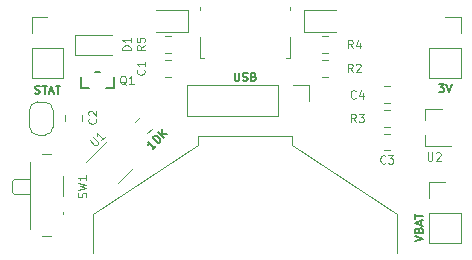
<source format=gto>
G04 #@! TF.GenerationSoftware,KiCad,Pcbnew,5.0.2-bee76a0~70~ubuntu18.04.1*
G04 #@! TF.CreationDate,2019-03-01T14:14:17+01:00*
G04 #@! TF.ProjectId,SINE_STIMULUS_charger,53494e45-5f53-4544-994d-554c55535f63,rev?*
G04 #@! TF.SameCoordinates,Original*
G04 #@! TF.FileFunction,Legend,Top*
G04 #@! TF.FilePolarity,Positive*
%FSLAX46Y46*%
G04 Gerber Fmt 4.6, Leading zero omitted, Abs format (unit mm)*
G04 Created by KiCad (PCBNEW 5.0.2-bee76a0~70~ubuntu18.04.1) date ven. 01 mars 2019 14:14:17 CET*
%MOMM*%
%LPD*%
G01*
G04 APERTURE LIST*
%ADD10C,0.200660*%
%ADD11C,0.120000*%
%ADD12C,0.100000*%
%ADD13C,0.170000*%
%ADD14C,0.180000*%
%ADD15C,0.080000*%
%ADD16R,0.902100X1.001160*%
%ADD17R,8.102000X8.102000*%
%ADD18R,6.102000X5.602000*%
%ADD19C,1.077000*%
%ADD20R,1.102000X1.102000*%
%ADD21R,0.552000X1.482000*%
%ADD22R,1.577000X2.202000*%
%ADD23R,2.477000X2.002000*%
%ADD24R,1.277000X2.002000*%
%ADD25C,0.500000*%
%ADD26C,0.752000*%
%ADD27R,1.002000X0.902000*%
%ADD28R,1.802000X1.802000*%
%ADD29O,1.802000X1.802000*%
%ADD30C,1.002000*%
%ADD31R,1.602000X0.802000*%
%ADD32R,0.902000X1.102000*%
G04 APERTURE END LIST*
D10*
G04 #@! TO.C,Q1*
X93899540Y-66951040D02*
X93899540Y-66001080D01*
X93899540Y-66951040D02*
X93201040Y-66951040D01*
X91100460Y-66951040D02*
X91798960Y-66951040D01*
X91100460Y-66951040D02*
X91100460Y-66001080D01*
X92700660Y-65599760D02*
X92299340Y-65599760D01*
D11*
G04 #@! TO.C,BT1*
X92150000Y-77600000D02*
X92150000Y-80900000D01*
X101050000Y-71750000D02*
X92150000Y-77600000D01*
X101050000Y-70950000D02*
X101050000Y-71750000D01*
X101050000Y-70950000D02*
X108950000Y-70950000D01*
X108950000Y-70950000D02*
X108950000Y-71750000D01*
X108950000Y-71750000D02*
X117850000Y-77600000D01*
X117850000Y-77600000D02*
X117850000Y-80900000D01*
G04 #@! TO.C,C1*
X98241422Y-64540000D02*
X98758578Y-64540000D01*
X98241422Y-65960000D02*
X98758578Y-65960000D01*
G04 #@! TO.C,C2*
X89790000Y-69178923D02*
X89790000Y-69696079D01*
X91210000Y-69178923D02*
X91210000Y-69696079D01*
G04 #@! TO.C,C3*
X117258578Y-72210000D02*
X116741422Y-72210000D01*
X117258578Y-70790000D02*
X116741422Y-70790000D01*
G04 #@! TO.C,C4*
X117258578Y-66790000D02*
X116741422Y-66790000D01*
X117258578Y-68210000D02*
X116741422Y-68210000D01*
G04 #@! TO.C,D1*
X90600000Y-62400000D02*
X90600000Y-64100000D01*
X90600000Y-64100000D02*
X93750000Y-64100000D01*
X90600000Y-62400000D02*
X93750000Y-62400000D01*
G04 #@! TO.C,J1*
X101190000Y-64360000D02*
X101570000Y-64360000D01*
X101190000Y-60310000D02*
X101190000Y-60050000D01*
X101190000Y-64360000D02*
X101190000Y-62590000D01*
X108810000Y-64360000D02*
X108430000Y-64360000D01*
X108810000Y-62590000D02*
X108810000Y-64360000D01*
X108810000Y-60050000D02*
X108810000Y-60310000D01*
G04 #@! TO.C,JP1*
X86750000Y-68800000D02*
G75*
G02X87450000Y-68100000I700000J0D01*
G01*
X88050000Y-68100000D02*
G75*
G02X88750000Y-68800000I0J-700000D01*
G01*
X88750000Y-70200000D02*
G75*
G02X88050000Y-70900000I-700000J0D01*
G01*
X87450000Y-70900000D02*
G75*
G02X86750000Y-70200000I0J700000D01*
G01*
X88050000Y-70900000D02*
X87450000Y-70900000D01*
X88750000Y-68800000D02*
X88750000Y-70200000D01*
X87450000Y-68100000D02*
X88050000Y-68100000D01*
X86750000Y-70200000D02*
X86750000Y-68800000D01*
G04 #@! TO.C,R1*
X95728025Y-69767883D02*
X96093709Y-69402199D01*
X96732117Y-70771975D02*
X97097801Y-70406291D01*
G04 #@! TO.C,R2*
X111491422Y-64540000D02*
X112008578Y-64540000D01*
X111491422Y-65960000D02*
X112008578Y-65960000D01*
G04 #@! TO.C,R3*
X117258578Y-68790000D02*
X116741422Y-68790000D01*
X117258578Y-70210000D02*
X116741422Y-70210000D01*
G04 #@! TO.C,U1*
X94279863Y-74997021D02*
X95552655Y-73724229D01*
X93275771Y-71447345D02*
X91543360Y-73179757D01*
G04 #@! TO.C,U2*
X120240000Y-68670000D02*
X120240000Y-69600000D01*
X120240000Y-71830000D02*
X120240000Y-70900000D01*
X120240000Y-71830000D02*
X122400000Y-71830000D01*
X120240000Y-68670000D02*
X121700000Y-68670000D01*
G04 #@! TO.C,D2*
X112687501Y-60290000D02*
X110002501Y-60290000D01*
X110002501Y-60290000D02*
X110002501Y-62210000D01*
X110002501Y-62210000D02*
X112687501Y-62210000D01*
G04 #@! TO.C,D3*
X100185000Y-60290000D02*
X97500000Y-60290000D01*
X100185000Y-62210000D02*
X100185000Y-60290000D01*
X97500000Y-62210000D02*
X100185000Y-62210000D01*
G04 #@! TO.C,J2*
X100129999Y-66670000D02*
X100129999Y-69330000D01*
X107809999Y-66670000D02*
X100129999Y-66670000D01*
X107809999Y-69330000D02*
X100129999Y-69330000D01*
X107809999Y-66670000D02*
X107809999Y-69330000D01*
X109079999Y-66670000D02*
X110409999Y-66670000D01*
X110409999Y-66670000D02*
X110409999Y-68000000D01*
G04 #@! TO.C,J3*
X120590000Y-63500000D02*
X123250000Y-63500000D01*
X120590000Y-63500000D02*
X120590000Y-66100000D01*
X120590000Y-66100000D02*
X123250000Y-66100000D01*
X123250000Y-63500000D02*
X123250000Y-66100000D01*
X123250000Y-60900000D02*
X123250000Y-62230000D01*
X121920000Y-60900000D02*
X123250000Y-60900000D01*
G04 #@! TO.C,R4*
X111491422Y-62540000D02*
X112008578Y-62540000D01*
X111491422Y-63960000D02*
X112008578Y-63960000D01*
G04 #@! TO.C,R5*
X98758578Y-62540000D02*
X98241422Y-62540000D01*
X98758578Y-63960000D02*
X98241422Y-63960000D01*
G04 #@! TO.C,TP1*
X120590000Y-80070000D02*
X123250000Y-80070000D01*
X120590000Y-77470000D02*
X120590000Y-80070000D01*
X123250000Y-77470000D02*
X123250000Y-80070000D01*
X120590000Y-77470000D02*
X123250000Y-77470000D01*
X120590000Y-76200000D02*
X120590000Y-74870000D01*
X120590000Y-74870000D02*
X121920000Y-74870000D01*
G04 #@! TO.C,TP2*
X86935000Y-60900000D02*
X88265000Y-60900000D01*
X86935000Y-62230000D02*
X86935000Y-60900000D01*
X86935000Y-63500000D02*
X89595000Y-63500000D01*
X89595000Y-63500000D02*
X89595000Y-66100000D01*
X86935000Y-63500000D02*
X86935000Y-66100000D01*
X86935000Y-66100000D02*
X89595000Y-66100000D01*
G04 #@! TO.C,SW1*
X89620000Y-77400000D02*
X89620000Y-77600000D01*
X85480000Y-74600000D02*
X85270000Y-74800000D01*
X85480000Y-75900000D02*
X85270000Y-75700000D01*
X86770000Y-74600000D02*
X85480000Y-74600000D01*
X85270000Y-74800000D02*
X85270000Y-75700000D01*
X85480000Y-75900000D02*
X86770000Y-75900000D01*
X86770000Y-73150000D02*
X86770000Y-78850000D01*
X89620000Y-74400000D02*
X89620000Y-76100000D01*
X88570000Y-72550000D02*
X87780000Y-72550000D01*
X87780000Y-79450000D02*
X88570000Y-79450000D01*
G04 #@! TO.C,Q1*
D12*
X94933333Y-66633333D02*
X94866666Y-66600000D01*
X94800000Y-66533333D01*
X94700000Y-66433333D01*
X94633333Y-66400000D01*
X94566666Y-66400000D01*
X94600000Y-66566666D02*
X94533333Y-66533333D01*
X94466666Y-66466666D01*
X94433333Y-66333333D01*
X94433333Y-66100000D01*
X94466666Y-65966666D01*
X94533333Y-65900000D01*
X94600000Y-65866666D01*
X94733333Y-65866666D01*
X94800000Y-65900000D01*
X94866666Y-65966666D01*
X94900000Y-66100000D01*
X94900000Y-66333333D01*
X94866666Y-66466666D01*
X94800000Y-66533333D01*
X94733333Y-66566666D01*
X94600000Y-66566666D01*
X95566666Y-66566666D02*
X95166666Y-66566666D01*
X95366666Y-66566666D02*
X95366666Y-65866666D01*
X95300000Y-65966666D01*
X95233333Y-66033333D01*
X95166666Y-66066666D01*
G04 #@! TO.C,C1*
X96450000Y-65366666D02*
X96483333Y-65400000D01*
X96516666Y-65500000D01*
X96516666Y-65566666D01*
X96483333Y-65666666D01*
X96416666Y-65733333D01*
X96350000Y-65766666D01*
X96216666Y-65800000D01*
X96116666Y-65800000D01*
X95983333Y-65766666D01*
X95916666Y-65733333D01*
X95850000Y-65666666D01*
X95816666Y-65566666D01*
X95816666Y-65500000D01*
X95850000Y-65400000D01*
X95883333Y-65366666D01*
X96516666Y-64700000D02*
X96516666Y-65100000D01*
X96516666Y-64900000D02*
X95816666Y-64900000D01*
X95916666Y-64966666D01*
X95983333Y-65033333D01*
X96016666Y-65100000D01*
G04 #@! TO.C,C2*
X92350000Y-69516666D02*
X92383333Y-69550000D01*
X92416666Y-69650000D01*
X92416666Y-69716666D01*
X92383333Y-69816666D01*
X92316666Y-69883333D01*
X92250000Y-69916666D01*
X92116666Y-69950000D01*
X92016666Y-69950000D01*
X91883333Y-69916666D01*
X91816666Y-69883333D01*
X91750000Y-69816666D01*
X91716666Y-69716666D01*
X91716666Y-69650000D01*
X91750000Y-69550000D01*
X91783333Y-69516666D01*
X91783333Y-69250000D02*
X91750000Y-69216666D01*
X91716666Y-69150000D01*
X91716666Y-68983333D01*
X91750000Y-68916666D01*
X91783333Y-68883333D01*
X91850000Y-68850000D01*
X91916666Y-68850000D01*
X92016666Y-68883333D01*
X92416666Y-69283333D01*
X92416666Y-68850000D01*
G04 #@! TO.C,C3*
X116883333Y-73250000D02*
X116850000Y-73283333D01*
X116750000Y-73316666D01*
X116683333Y-73316666D01*
X116583333Y-73283333D01*
X116516666Y-73216666D01*
X116483333Y-73150000D01*
X116450000Y-73016666D01*
X116450000Y-72916666D01*
X116483333Y-72783333D01*
X116516666Y-72716666D01*
X116583333Y-72650000D01*
X116683333Y-72616666D01*
X116750000Y-72616666D01*
X116850000Y-72650000D01*
X116883333Y-72683333D01*
X117116666Y-72616666D02*
X117550000Y-72616666D01*
X117316666Y-72883333D01*
X117416666Y-72883333D01*
X117483333Y-72916666D01*
X117516666Y-72950000D01*
X117550000Y-73016666D01*
X117550000Y-73183333D01*
X117516666Y-73250000D01*
X117483333Y-73283333D01*
X117416666Y-73316666D01*
X117216666Y-73316666D01*
X117150000Y-73283333D01*
X117116666Y-73250000D01*
G04 #@! TO.C,C4*
X114383333Y-67750000D02*
X114350000Y-67783333D01*
X114250000Y-67816666D01*
X114183333Y-67816666D01*
X114083333Y-67783333D01*
X114016666Y-67716666D01*
X113983333Y-67650000D01*
X113950000Y-67516666D01*
X113950000Y-67416666D01*
X113983333Y-67283333D01*
X114016666Y-67216666D01*
X114083333Y-67150000D01*
X114183333Y-67116666D01*
X114250000Y-67116666D01*
X114350000Y-67150000D01*
X114383333Y-67183333D01*
X114983333Y-67350000D02*
X114983333Y-67816666D01*
X114816666Y-67083333D02*
X114650000Y-67583333D01*
X115083333Y-67583333D01*
G04 #@! TO.C,D1*
X95316666Y-63716666D02*
X94616666Y-63716666D01*
X94616666Y-63550000D01*
X94650000Y-63450000D01*
X94716666Y-63383333D01*
X94783333Y-63350000D01*
X94916666Y-63316666D01*
X95016666Y-63316666D01*
X95150000Y-63350000D01*
X95216666Y-63383333D01*
X95283333Y-63450000D01*
X95316666Y-63550000D01*
X95316666Y-63716666D01*
X95316666Y-62650000D02*
X95316666Y-63050000D01*
X95316666Y-62850000D02*
X94616666Y-62850000D01*
X94716666Y-62916666D01*
X94783333Y-62983333D01*
X94816666Y-63050000D01*
G04 #@! TO.C,R1*
D13*
X97461787Y-71819498D02*
X97178945Y-72102341D01*
X97320366Y-71960919D02*
X96825391Y-71465945D01*
X96848961Y-71583796D01*
X96848961Y-71678077D01*
X96825391Y-71748787D01*
X97273226Y-71018110D02*
X97320366Y-70970970D01*
X97391077Y-70947400D01*
X97438217Y-70947400D01*
X97508928Y-70970970D01*
X97626779Y-71041680D01*
X97744630Y-71159532D01*
X97815341Y-71277383D01*
X97838911Y-71348093D01*
X97838911Y-71395234D01*
X97815341Y-71465945D01*
X97768200Y-71513085D01*
X97697490Y-71536655D01*
X97650349Y-71536655D01*
X97579638Y-71513085D01*
X97461787Y-71442374D01*
X97343936Y-71324523D01*
X97273226Y-71206672D01*
X97249655Y-71135961D01*
X97249655Y-71088821D01*
X97273226Y-71018110D01*
X98145324Y-71135961D02*
X97650349Y-70640987D01*
X98428167Y-70853119D02*
X97933192Y-70782408D01*
X97933192Y-70358144D02*
X97933192Y-70923829D01*
G04 #@! TO.C,R2*
D12*
X114133333Y-65566666D02*
X113900000Y-65233333D01*
X113733333Y-65566666D02*
X113733333Y-64866666D01*
X114000000Y-64866666D01*
X114066666Y-64900000D01*
X114100000Y-64933333D01*
X114133333Y-65000000D01*
X114133333Y-65100000D01*
X114100000Y-65166666D01*
X114066666Y-65200000D01*
X114000000Y-65233333D01*
X113733333Y-65233333D01*
X114400000Y-64933333D02*
X114433333Y-64900000D01*
X114500000Y-64866666D01*
X114666666Y-64866666D01*
X114733333Y-64900000D01*
X114766666Y-64933333D01*
X114800000Y-65000000D01*
X114800000Y-65066666D01*
X114766666Y-65166666D01*
X114366666Y-65566666D01*
X114800000Y-65566666D01*
G04 #@! TO.C,R3*
X114383333Y-69816666D02*
X114150000Y-69483333D01*
X113983333Y-69816666D02*
X113983333Y-69116666D01*
X114250000Y-69116666D01*
X114316666Y-69150000D01*
X114350000Y-69183333D01*
X114383333Y-69250000D01*
X114383333Y-69350000D01*
X114350000Y-69416666D01*
X114316666Y-69450000D01*
X114250000Y-69483333D01*
X113983333Y-69483333D01*
X114616666Y-69116666D02*
X115050000Y-69116666D01*
X114816666Y-69383333D01*
X114916666Y-69383333D01*
X114983333Y-69416666D01*
X115016666Y-69450000D01*
X115050000Y-69516666D01*
X115050000Y-69683333D01*
X115016666Y-69750000D01*
X114983333Y-69783333D01*
X114916666Y-69816666D01*
X114716666Y-69816666D01*
X114650000Y-69783333D01*
X114616666Y-69750000D01*
G04 #@! TO.C,U1*
X91851818Y-71356066D02*
X92252512Y-71756759D01*
X92323223Y-71780330D01*
X92370363Y-71780330D01*
X92441074Y-71756759D01*
X92535355Y-71662478D01*
X92558925Y-71591768D01*
X92558925Y-71544627D01*
X92535355Y-71473917D01*
X92134661Y-71073223D01*
X93124610Y-71073223D02*
X92841768Y-71356066D01*
X92983189Y-71214644D02*
X92488214Y-70719669D01*
X92511785Y-70837521D01*
X92511785Y-70931801D01*
X92488214Y-71002512D01*
G04 #@! TO.C,U2*
X120466666Y-72366666D02*
X120466666Y-72933333D01*
X120500000Y-73000000D01*
X120533333Y-73033333D01*
X120600000Y-73066666D01*
X120733333Y-73066666D01*
X120800000Y-73033333D01*
X120833333Y-73000000D01*
X120866666Y-72933333D01*
X120866666Y-72366666D01*
X121166666Y-72433333D02*
X121200000Y-72400000D01*
X121266666Y-72366666D01*
X121433333Y-72366666D01*
X121500000Y-72400000D01*
X121533333Y-72433333D01*
X121566666Y-72500000D01*
X121566666Y-72566666D01*
X121533333Y-72666666D01*
X121133333Y-73066666D01*
X121566666Y-73066666D01*
G04 #@! TO.C,J2*
D13*
X104116666Y-65616666D02*
X104116666Y-66183333D01*
X104150000Y-66250000D01*
X104183333Y-66283333D01*
X104250000Y-66316666D01*
X104383333Y-66316666D01*
X104450000Y-66283333D01*
X104483333Y-66250000D01*
X104516666Y-66183333D01*
X104516666Y-65616666D01*
X104816666Y-66283333D02*
X104916666Y-66316666D01*
X105083333Y-66316666D01*
X105150000Y-66283333D01*
X105183333Y-66250000D01*
X105216666Y-66183333D01*
X105216666Y-66116666D01*
X105183333Y-66050000D01*
X105150000Y-66016666D01*
X105083333Y-65983333D01*
X104950000Y-65950000D01*
X104883333Y-65916666D01*
X104850000Y-65883333D01*
X104816666Y-65816666D01*
X104816666Y-65750000D01*
X104850000Y-65683333D01*
X104883333Y-65650000D01*
X104950000Y-65616666D01*
X105116666Y-65616666D01*
X105216666Y-65650000D01*
X105750000Y-65950000D02*
X105850000Y-65983333D01*
X105883333Y-66016666D01*
X105916666Y-66083333D01*
X105916666Y-66183333D01*
X105883333Y-66250000D01*
X105850000Y-66283333D01*
X105783333Y-66316666D01*
X105516666Y-66316666D01*
X105516666Y-65616666D01*
X105750000Y-65616666D01*
X105816666Y-65650000D01*
X105850000Y-65683333D01*
X105883333Y-65750000D01*
X105883333Y-65816666D01*
X105850000Y-65883333D01*
X105816666Y-65916666D01*
X105750000Y-65950000D01*
X105516666Y-65950000D01*
G04 #@! TO.C,J3*
X121386666Y-66596666D02*
X121820000Y-66596666D01*
X121586666Y-66863333D01*
X121686666Y-66863333D01*
X121753333Y-66896666D01*
X121786666Y-66930000D01*
X121820000Y-66996666D01*
X121820000Y-67163333D01*
X121786666Y-67230000D01*
X121753333Y-67263333D01*
X121686666Y-67296666D01*
X121486666Y-67296666D01*
X121420000Y-67263333D01*
X121386666Y-67230000D01*
X122020000Y-66596666D02*
X122253333Y-67296666D01*
X122486666Y-66596666D01*
G04 #@! TO.C,R4*
D12*
X114133333Y-63566666D02*
X113900000Y-63233333D01*
X113733333Y-63566666D02*
X113733333Y-62866666D01*
X114000000Y-62866666D01*
X114066666Y-62900000D01*
X114100000Y-62933333D01*
X114133333Y-63000000D01*
X114133333Y-63100000D01*
X114100000Y-63166666D01*
X114066666Y-63200000D01*
X114000000Y-63233333D01*
X113733333Y-63233333D01*
X114733333Y-63100000D02*
X114733333Y-63566666D01*
X114566666Y-62833333D02*
X114400000Y-63333333D01*
X114833333Y-63333333D01*
G04 #@! TO.C,R5*
X96516666Y-63316666D02*
X96183333Y-63550000D01*
X96516666Y-63716666D02*
X95816666Y-63716666D01*
X95816666Y-63450000D01*
X95850000Y-63383333D01*
X95883333Y-63350000D01*
X95950000Y-63316666D01*
X96050000Y-63316666D01*
X96116666Y-63350000D01*
X96150000Y-63383333D01*
X96183333Y-63450000D01*
X96183333Y-63716666D01*
X95816666Y-62683333D02*
X95816666Y-63016666D01*
X96150000Y-63050000D01*
X96116666Y-63016666D01*
X96083333Y-62950000D01*
X96083333Y-62783333D01*
X96116666Y-62716666D01*
X96150000Y-62683333D01*
X96216666Y-62650000D01*
X96383333Y-62650000D01*
X96450000Y-62683333D01*
X96483333Y-62716666D01*
X96516666Y-62783333D01*
X96516666Y-62950000D01*
X96483333Y-63016666D01*
X96450000Y-63050000D01*
G04 #@! TO.C,TP1*
D13*
X119366666Y-79900000D02*
X120066666Y-79666666D01*
X119366666Y-79433333D01*
X119700000Y-78966666D02*
X119733333Y-78866666D01*
X119766666Y-78833333D01*
X119833333Y-78800000D01*
X119933333Y-78800000D01*
X120000000Y-78833333D01*
X120033333Y-78866666D01*
X120066666Y-78933333D01*
X120066666Y-79200000D01*
X119366666Y-79200000D01*
X119366666Y-78966666D01*
X119400000Y-78900000D01*
X119433333Y-78866666D01*
X119500000Y-78833333D01*
X119566666Y-78833333D01*
X119633333Y-78866666D01*
X119666666Y-78900000D01*
X119700000Y-78966666D01*
X119700000Y-79200000D01*
X119866666Y-78533333D02*
X119866666Y-78200000D01*
X120066666Y-78600000D02*
X119366666Y-78366666D01*
X120066666Y-78133333D01*
X119366666Y-78000000D02*
X119366666Y-77600000D01*
X120066666Y-77800000D02*
X119366666Y-77800000D01*
G04 #@! TO.C,TP2*
X87231666Y-67383333D02*
X87331666Y-67416666D01*
X87498333Y-67416666D01*
X87565000Y-67383333D01*
X87598333Y-67350000D01*
X87631666Y-67283333D01*
X87631666Y-67216666D01*
X87598333Y-67150000D01*
X87565000Y-67116666D01*
X87498333Y-67083333D01*
X87365000Y-67050000D01*
X87298333Y-67016666D01*
X87265000Y-66983333D01*
X87231666Y-66916666D01*
X87231666Y-66850000D01*
X87265000Y-66783333D01*
X87298333Y-66750000D01*
X87365000Y-66716666D01*
X87531666Y-66716666D01*
X87631666Y-66750000D01*
X87831666Y-66716666D02*
X88231666Y-66716666D01*
X88031666Y-67416666D02*
X88031666Y-66716666D01*
X88431666Y-67216666D02*
X88765000Y-67216666D01*
X88365000Y-67416666D02*
X88598333Y-66716666D01*
X88831666Y-67416666D01*
X88965000Y-66716666D02*
X89365000Y-66716666D01*
X89165000Y-67416666D02*
X89165000Y-66716666D01*
G04 #@! TO.C,SW1*
D12*
X91533333Y-76183333D02*
X91566666Y-76083333D01*
X91566666Y-75916666D01*
X91533333Y-75850000D01*
X91500000Y-75816666D01*
X91433333Y-75783333D01*
X91366666Y-75783333D01*
X91300000Y-75816666D01*
X91266666Y-75850000D01*
X91233333Y-75916666D01*
X91200000Y-76050000D01*
X91166666Y-76116666D01*
X91133333Y-76150000D01*
X91066666Y-76183333D01*
X91000000Y-76183333D01*
X90933333Y-76150000D01*
X90900000Y-76116666D01*
X90866666Y-76050000D01*
X90866666Y-75883333D01*
X90900000Y-75783333D01*
X90866666Y-75550000D02*
X91566666Y-75383333D01*
X91066666Y-75250000D01*
X91566666Y-75116666D01*
X90866666Y-74950000D01*
X91566666Y-74316666D02*
X91566666Y-74716666D01*
X91566666Y-74516666D02*
X90866666Y-74516666D01*
X90966666Y-74583333D01*
X91033333Y-74650000D01*
X91066666Y-74716666D01*
G04 #@! TD*
%LPC*%
D14*
X114264619Y-61535714D02*
X114226523Y-61573809D01*
X114112238Y-61611904D01*
X114036047Y-61611904D01*
X113921761Y-61573809D01*
X113845571Y-61497619D01*
X113807476Y-61421428D01*
X113769380Y-61269047D01*
X113769380Y-61154761D01*
X113807476Y-61002380D01*
X113845571Y-60926190D01*
X113921761Y-60850000D01*
X114036047Y-60811904D01*
X114112238Y-60811904D01*
X114226523Y-60850000D01*
X114264619Y-60888095D01*
X114607476Y-61611904D02*
X114607476Y-60811904D01*
X114607476Y-61192857D02*
X115064619Y-61192857D01*
X115064619Y-61611904D02*
X115064619Y-60811904D01*
X115407476Y-61383333D02*
X115788428Y-61383333D01*
X115331285Y-61611904D02*
X115597952Y-60811904D01*
X115864619Y-61611904D01*
X116588428Y-61611904D02*
X116321761Y-61230952D01*
X116131285Y-61611904D02*
X116131285Y-60811904D01*
X116436047Y-60811904D01*
X116512238Y-60850000D01*
X116550333Y-60888095D01*
X116588428Y-60964285D01*
X116588428Y-61078571D01*
X116550333Y-61154761D01*
X116512238Y-61192857D01*
X116436047Y-61230952D01*
X116131285Y-61230952D01*
X117350333Y-60850000D02*
X117274142Y-60811904D01*
X117159857Y-60811904D01*
X117045571Y-60850000D01*
X116969380Y-60926190D01*
X116931285Y-61002380D01*
X116893190Y-61154761D01*
X116893190Y-61269047D01*
X116931285Y-61421428D01*
X116969380Y-61497619D01*
X117045571Y-61573809D01*
X117159857Y-61611904D01*
X117236047Y-61611904D01*
X117350333Y-61573809D01*
X117388428Y-61535714D01*
X117388428Y-61269047D01*
X117236047Y-61269047D01*
X117731285Y-61611904D02*
X117731285Y-60811904D01*
X118112238Y-61611904D02*
X118112238Y-60811904D01*
X118569380Y-61611904D01*
X118569380Y-60811904D01*
X119369380Y-60850000D02*
X119293190Y-60811904D01*
X119178904Y-60811904D01*
X119064619Y-60850000D01*
X118988428Y-60926190D01*
X118950333Y-61002380D01*
X118912238Y-61154761D01*
X118912238Y-61269047D01*
X118950333Y-61421428D01*
X118988428Y-61497619D01*
X119064619Y-61573809D01*
X119178904Y-61611904D01*
X119255095Y-61611904D01*
X119369380Y-61573809D01*
X119407476Y-61535714D01*
X119407476Y-61269047D01*
X119255095Y-61269047D01*
D15*
X113900000Y-62000000D02*
X119300000Y-62000000D01*
D14*
X90873476Y-61611904D02*
X90873476Y-60811904D01*
X91178238Y-60811904D01*
X91254428Y-60850000D01*
X91292523Y-60888095D01*
X91330619Y-60964285D01*
X91330619Y-61078571D01*
X91292523Y-61154761D01*
X91254428Y-61192857D01*
X91178238Y-61230952D01*
X90873476Y-61230952D01*
X91825857Y-60811904D02*
X91978238Y-60811904D01*
X92054428Y-60850000D01*
X92130619Y-60926190D01*
X92168714Y-61078571D01*
X92168714Y-61345238D01*
X92130619Y-61497619D01*
X92054428Y-61573809D01*
X91978238Y-61611904D01*
X91825857Y-61611904D01*
X91749666Y-61573809D01*
X91673476Y-61497619D01*
X91635380Y-61345238D01*
X91635380Y-61078571D01*
X91673476Y-60926190D01*
X91749666Y-60850000D01*
X91825857Y-60811904D01*
X92435380Y-60811904D02*
X92625857Y-61611904D01*
X92778238Y-61040476D01*
X92930619Y-61611904D01*
X93121095Y-60811904D01*
X93425857Y-61192857D02*
X93692523Y-61192857D01*
X93806809Y-61611904D02*
X93425857Y-61611904D01*
X93425857Y-60811904D01*
X93806809Y-60811904D01*
X94606809Y-61611904D02*
X94340142Y-61230952D01*
X94149666Y-61611904D02*
X94149666Y-60811904D01*
X94454428Y-60811904D01*
X94530619Y-60850000D01*
X94568714Y-60888095D01*
X94606809Y-60964285D01*
X94606809Y-61078571D01*
X94568714Y-61154761D01*
X94530619Y-61192857D01*
X94454428Y-61230952D01*
X94149666Y-61230952D01*
X94949666Y-61192857D02*
X95216333Y-61192857D01*
X95330619Y-61611904D02*
X94949666Y-61611904D01*
X94949666Y-60811904D01*
X95330619Y-60811904D01*
X95673476Y-61611904D02*
X95673476Y-60811904D01*
X95863952Y-60811904D01*
X95978238Y-60850000D01*
X96054428Y-60926190D01*
X96092523Y-61002380D01*
X96130619Y-61154761D01*
X96130619Y-61269047D01*
X96092523Y-61421428D01*
X96054428Y-61497619D01*
X95978238Y-61573809D01*
X95863952Y-61611904D01*
X95673476Y-61611904D01*
D15*
X95900000Y-62000000D02*
X91050000Y-62000000D01*
D16*
G04 #@! TO.C,Q1*
X91550040Y-65249240D03*
X93449960Y-65249240D03*
X92500000Y-67349820D03*
G04 #@! TD*
D17*
G04 #@! TO.C,BT1*
X105000000Y-84000000D03*
D18*
X120300000Y-84000000D03*
X89700000Y-84000000D03*
G04 #@! TD*
D12*
G04 #@! TO.C,C1*
G36*
X97858141Y-64500297D02*
X97884278Y-64504174D01*
X97909909Y-64510594D01*
X97934788Y-64519495D01*
X97958674Y-64530793D01*
X97981337Y-64544377D01*
X98002560Y-64560117D01*
X98022139Y-64577861D01*
X98039883Y-64597440D01*
X98055623Y-64618663D01*
X98069207Y-64641326D01*
X98080505Y-64665212D01*
X98089406Y-64690091D01*
X98095826Y-64715722D01*
X98099703Y-64741859D01*
X98101000Y-64768250D01*
X98101000Y-65731750D01*
X98099703Y-65758141D01*
X98095826Y-65784278D01*
X98089406Y-65809909D01*
X98080505Y-65834788D01*
X98069207Y-65858674D01*
X98055623Y-65881337D01*
X98039883Y-65902560D01*
X98022139Y-65922139D01*
X98002560Y-65939883D01*
X97981337Y-65955623D01*
X97958674Y-65969207D01*
X97934788Y-65980505D01*
X97909909Y-65989406D01*
X97884278Y-65995826D01*
X97858141Y-65999703D01*
X97831750Y-66001000D01*
X97293250Y-66001000D01*
X97266859Y-65999703D01*
X97240722Y-65995826D01*
X97215091Y-65989406D01*
X97190212Y-65980505D01*
X97166326Y-65969207D01*
X97143663Y-65955623D01*
X97122440Y-65939883D01*
X97102861Y-65922139D01*
X97085117Y-65902560D01*
X97069377Y-65881337D01*
X97055793Y-65858674D01*
X97044495Y-65834788D01*
X97035594Y-65809909D01*
X97029174Y-65784278D01*
X97025297Y-65758141D01*
X97024000Y-65731750D01*
X97024000Y-64768250D01*
X97025297Y-64741859D01*
X97029174Y-64715722D01*
X97035594Y-64690091D01*
X97044495Y-64665212D01*
X97055793Y-64641326D01*
X97069377Y-64618663D01*
X97085117Y-64597440D01*
X97102861Y-64577861D01*
X97122440Y-64560117D01*
X97143663Y-64544377D01*
X97166326Y-64530793D01*
X97190212Y-64519495D01*
X97215091Y-64510594D01*
X97240722Y-64504174D01*
X97266859Y-64500297D01*
X97293250Y-64499000D01*
X97831750Y-64499000D01*
X97858141Y-64500297D01*
X97858141Y-64500297D01*
G37*
D19*
X97562500Y-65250000D03*
D12*
G36*
X99733141Y-64500297D02*
X99759278Y-64504174D01*
X99784909Y-64510594D01*
X99809788Y-64519495D01*
X99833674Y-64530793D01*
X99856337Y-64544377D01*
X99877560Y-64560117D01*
X99897139Y-64577861D01*
X99914883Y-64597440D01*
X99930623Y-64618663D01*
X99944207Y-64641326D01*
X99955505Y-64665212D01*
X99964406Y-64690091D01*
X99970826Y-64715722D01*
X99974703Y-64741859D01*
X99976000Y-64768250D01*
X99976000Y-65731750D01*
X99974703Y-65758141D01*
X99970826Y-65784278D01*
X99964406Y-65809909D01*
X99955505Y-65834788D01*
X99944207Y-65858674D01*
X99930623Y-65881337D01*
X99914883Y-65902560D01*
X99897139Y-65922139D01*
X99877560Y-65939883D01*
X99856337Y-65955623D01*
X99833674Y-65969207D01*
X99809788Y-65980505D01*
X99784909Y-65989406D01*
X99759278Y-65995826D01*
X99733141Y-65999703D01*
X99706750Y-66001000D01*
X99168250Y-66001000D01*
X99141859Y-65999703D01*
X99115722Y-65995826D01*
X99090091Y-65989406D01*
X99065212Y-65980505D01*
X99041326Y-65969207D01*
X99018663Y-65955623D01*
X98997440Y-65939883D01*
X98977861Y-65922139D01*
X98960117Y-65902560D01*
X98944377Y-65881337D01*
X98930793Y-65858674D01*
X98919495Y-65834788D01*
X98910594Y-65809909D01*
X98904174Y-65784278D01*
X98900297Y-65758141D01*
X98899000Y-65731750D01*
X98899000Y-64768250D01*
X98900297Y-64741859D01*
X98904174Y-64715722D01*
X98910594Y-64690091D01*
X98919495Y-64665212D01*
X98930793Y-64641326D01*
X98944377Y-64618663D01*
X98960117Y-64597440D01*
X98977861Y-64577861D01*
X98997440Y-64560117D01*
X99018663Y-64544377D01*
X99041326Y-64530793D01*
X99065212Y-64519495D01*
X99090091Y-64510594D01*
X99115722Y-64504174D01*
X99141859Y-64500297D01*
X99168250Y-64499000D01*
X99706750Y-64499000D01*
X99733141Y-64500297D01*
X99733141Y-64500297D01*
G37*
D19*
X99437500Y-65250000D03*
G04 #@! TD*
D12*
G04 #@! TO.C,C2*
G36*
X91008141Y-69837798D02*
X91034278Y-69841675D01*
X91059909Y-69848095D01*
X91084788Y-69856996D01*
X91108674Y-69868294D01*
X91131337Y-69881878D01*
X91152560Y-69897618D01*
X91172139Y-69915362D01*
X91189883Y-69934941D01*
X91205623Y-69956164D01*
X91219207Y-69978827D01*
X91230505Y-70002713D01*
X91239406Y-70027592D01*
X91245826Y-70053223D01*
X91249703Y-70079360D01*
X91251000Y-70105751D01*
X91251000Y-70644251D01*
X91249703Y-70670642D01*
X91245826Y-70696779D01*
X91239406Y-70722410D01*
X91230505Y-70747289D01*
X91219207Y-70771175D01*
X91205623Y-70793838D01*
X91189883Y-70815061D01*
X91172139Y-70834640D01*
X91152560Y-70852384D01*
X91131337Y-70868124D01*
X91108674Y-70881708D01*
X91084788Y-70893006D01*
X91059909Y-70901907D01*
X91034278Y-70908327D01*
X91008141Y-70912204D01*
X90981750Y-70913501D01*
X90018250Y-70913501D01*
X89991859Y-70912204D01*
X89965722Y-70908327D01*
X89940091Y-70901907D01*
X89915212Y-70893006D01*
X89891326Y-70881708D01*
X89868663Y-70868124D01*
X89847440Y-70852384D01*
X89827861Y-70834640D01*
X89810117Y-70815061D01*
X89794377Y-70793838D01*
X89780793Y-70771175D01*
X89769495Y-70747289D01*
X89760594Y-70722410D01*
X89754174Y-70696779D01*
X89750297Y-70670642D01*
X89749000Y-70644251D01*
X89749000Y-70105751D01*
X89750297Y-70079360D01*
X89754174Y-70053223D01*
X89760594Y-70027592D01*
X89769495Y-70002713D01*
X89780793Y-69978827D01*
X89794377Y-69956164D01*
X89810117Y-69934941D01*
X89827861Y-69915362D01*
X89847440Y-69897618D01*
X89868663Y-69881878D01*
X89891326Y-69868294D01*
X89915212Y-69856996D01*
X89940091Y-69848095D01*
X89965722Y-69841675D01*
X89991859Y-69837798D01*
X90018250Y-69836501D01*
X90981750Y-69836501D01*
X91008141Y-69837798D01*
X91008141Y-69837798D01*
G37*
D19*
X90500000Y-70375001D03*
D12*
G36*
X91008141Y-67962798D02*
X91034278Y-67966675D01*
X91059909Y-67973095D01*
X91084788Y-67981996D01*
X91108674Y-67993294D01*
X91131337Y-68006878D01*
X91152560Y-68022618D01*
X91172139Y-68040362D01*
X91189883Y-68059941D01*
X91205623Y-68081164D01*
X91219207Y-68103827D01*
X91230505Y-68127713D01*
X91239406Y-68152592D01*
X91245826Y-68178223D01*
X91249703Y-68204360D01*
X91251000Y-68230751D01*
X91251000Y-68769251D01*
X91249703Y-68795642D01*
X91245826Y-68821779D01*
X91239406Y-68847410D01*
X91230505Y-68872289D01*
X91219207Y-68896175D01*
X91205623Y-68918838D01*
X91189883Y-68940061D01*
X91172139Y-68959640D01*
X91152560Y-68977384D01*
X91131337Y-68993124D01*
X91108674Y-69006708D01*
X91084788Y-69018006D01*
X91059909Y-69026907D01*
X91034278Y-69033327D01*
X91008141Y-69037204D01*
X90981750Y-69038501D01*
X90018250Y-69038501D01*
X89991859Y-69037204D01*
X89965722Y-69033327D01*
X89940091Y-69026907D01*
X89915212Y-69018006D01*
X89891326Y-69006708D01*
X89868663Y-68993124D01*
X89847440Y-68977384D01*
X89827861Y-68959640D01*
X89810117Y-68940061D01*
X89794377Y-68918838D01*
X89780793Y-68896175D01*
X89769495Y-68872289D01*
X89760594Y-68847410D01*
X89754174Y-68821779D01*
X89750297Y-68795642D01*
X89749000Y-68769251D01*
X89749000Y-68230751D01*
X89750297Y-68204360D01*
X89754174Y-68178223D01*
X89760594Y-68152592D01*
X89769495Y-68127713D01*
X89780793Y-68103827D01*
X89794377Y-68081164D01*
X89810117Y-68059941D01*
X89827861Y-68040362D01*
X89847440Y-68022618D01*
X89868663Y-68006878D01*
X89891326Y-67993294D01*
X89915212Y-67981996D01*
X89940091Y-67973095D01*
X89965722Y-67966675D01*
X89991859Y-67962798D01*
X90018250Y-67961501D01*
X90981750Y-67961501D01*
X91008141Y-67962798D01*
X91008141Y-67962798D01*
G37*
D19*
X90500000Y-68500001D03*
G04 #@! TD*
D12*
G04 #@! TO.C,C3*
G36*
X118233141Y-70750297D02*
X118259278Y-70754174D01*
X118284909Y-70760594D01*
X118309788Y-70769495D01*
X118333674Y-70780793D01*
X118356337Y-70794377D01*
X118377560Y-70810117D01*
X118397139Y-70827861D01*
X118414883Y-70847440D01*
X118430623Y-70868663D01*
X118444207Y-70891326D01*
X118455505Y-70915212D01*
X118464406Y-70940091D01*
X118470826Y-70965722D01*
X118474703Y-70991859D01*
X118476000Y-71018250D01*
X118476000Y-71981750D01*
X118474703Y-72008141D01*
X118470826Y-72034278D01*
X118464406Y-72059909D01*
X118455505Y-72084788D01*
X118444207Y-72108674D01*
X118430623Y-72131337D01*
X118414883Y-72152560D01*
X118397139Y-72172139D01*
X118377560Y-72189883D01*
X118356337Y-72205623D01*
X118333674Y-72219207D01*
X118309788Y-72230505D01*
X118284909Y-72239406D01*
X118259278Y-72245826D01*
X118233141Y-72249703D01*
X118206750Y-72251000D01*
X117668250Y-72251000D01*
X117641859Y-72249703D01*
X117615722Y-72245826D01*
X117590091Y-72239406D01*
X117565212Y-72230505D01*
X117541326Y-72219207D01*
X117518663Y-72205623D01*
X117497440Y-72189883D01*
X117477861Y-72172139D01*
X117460117Y-72152560D01*
X117444377Y-72131337D01*
X117430793Y-72108674D01*
X117419495Y-72084788D01*
X117410594Y-72059909D01*
X117404174Y-72034278D01*
X117400297Y-72008141D01*
X117399000Y-71981750D01*
X117399000Y-71018250D01*
X117400297Y-70991859D01*
X117404174Y-70965722D01*
X117410594Y-70940091D01*
X117419495Y-70915212D01*
X117430793Y-70891326D01*
X117444377Y-70868663D01*
X117460117Y-70847440D01*
X117477861Y-70827861D01*
X117497440Y-70810117D01*
X117518663Y-70794377D01*
X117541326Y-70780793D01*
X117565212Y-70769495D01*
X117590091Y-70760594D01*
X117615722Y-70754174D01*
X117641859Y-70750297D01*
X117668250Y-70749000D01*
X118206750Y-70749000D01*
X118233141Y-70750297D01*
X118233141Y-70750297D01*
G37*
D19*
X117937500Y-71500000D03*
D12*
G36*
X116358141Y-70750297D02*
X116384278Y-70754174D01*
X116409909Y-70760594D01*
X116434788Y-70769495D01*
X116458674Y-70780793D01*
X116481337Y-70794377D01*
X116502560Y-70810117D01*
X116522139Y-70827861D01*
X116539883Y-70847440D01*
X116555623Y-70868663D01*
X116569207Y-70891326D01*
X116580505Y-70915212D01*
X116589406Y-70940091D01*
X116595826Y-70965722D01*
X116599703Y-70991859D01*
X116601000Y-71018250D01*
X116601000Y-71981750D01*
X116599703Y-72008141D01*
X116595826Y-72034278D01*
X116589406Y-72059909D01*
X116580505Y-72084788D01*
X116569207Y-72108674D01*
X116555623Y-72131337D01*
X116539883Y-72152560D01*
X116522139Y-72172139D01*
X116502560Y-72189883D01*
X116481337Y-72205623D01*
X116458674Y-72219207D01*
X116434788Y-72230505D01*
X116409909Y-72239406D01*
X116384278Y-72245826D01*
X116358141Y-72249703D01*
X116331750Y-72251000D01*
X115793250Y-72251000D01*
X115766859Y-72249703D01*
X115740722Y-72245826D01*
X115715091Y-72239406D01*
X115690212Y-72230505D01*
X115666326Y-72219207D01*
X115643663Y-72205623D01*
X115622440Y-72189883D01*
X115602861Y-72172139D01*
X115585117Y-72152560D01*
X115569377Y-72131337D01*
X115555793Y-72108674D01*
X115544495Y-72084788D01*
X115535594Y-72059909D01*
X115529174Y-72034278D01*
X115525297Y-72008141D01*
X115524000Y-71981750D01*
X115524000Y-71018250D01*
X115525297Y-70991859D01*
X115529174Y-70965722D01*
X115535594Y-70940091D01*
X115544495Y-70915212D01*
X115555793Y-70891326D01*
X115569377Y-70868663D01*
X115585117Y-70847440D01*
X115602861Y-70827861D01*
X115622440Y-70810117D01*
X115643663Y-70794377D01*
X115666326Y-70780793D01*
X115690212Y-70769495D01*
X115715091Y-70760594D01*
X115740722Y-70754174D01*
X115766859Y-70750297D01*
X115793250Y-70749000D01*
X116331750Y-70749000D01*
X116358141Y-70750297D01*
X116358141Y-70750297D01*
G37*
D19*
X116062500Y-71500000D03*
G04 #@! TD*
D12*
G04 #@! TO.C,C4*
G36*
X116358141Y-66750297D02*
X116384278Y-66754174D01*
X116409909Y-66760594D01*
X116434788Y-66769495D01*
X116458674Y-66780793D01*
X116481337Y-66794377D01*
X116502560Y-66810117D01*
X116522139Y-66827861D01*
X116539883Y-66847440D01*
X116555623Y-66868663D01*
X116569207Y-66891326D01*
X116580505Y-66915212D01*
X116589406Y-66940091D01*
X116595826Y-66965722D01*
X116599703Y-66991859D01*
X116601000Y-67018250D01*
X116601000Y-67981750D01*
X116599703Y-68008141D01*
X116595826Y-68034278D01*
X116589406Y-68059909D01*
X116580505Y-68084788D01*
X116569207Y-68108674D01*
X116555623Y-68131337D01*
X116539883Y-68152560D01*
X116522139Y-68172139D01*
X116502560Y-68189883D01*
X116481337Y-68205623D01*
X116458674Y-68219207D01*
X116434788Y-68230505D01*
X116409909Y-68239406D01*
X116384278Y-68245826D01*
X116358141Y-68249703D01*
X116331750Y-68251000D01*
X115793250Y-68251000D01*
X115766859Y-68249703D01*
X115740722Y-68245826D01*
X115715091Y-68239406D01*
X115690212Y-68230505D01*
X115666326Y-68219207D01*
X115643663Y-68205623D01*
X115622440Y-68189883D01*
X115602861Y-68172139D01*
X115585117Y-68152560D01*
X115569377Y-68131337D01*
X115555793Y-68108674D01*
X115544495Y-68084788D01*
X115535594Y-68059909D01*
X115529174Y-68034278D01*
X115525297Y-68008141D01*
X115524000Y-67981750D01*
X115524000Y-67018250D01*
X115525297Y-66991859D01*
X115529174Y-66965722D01*
X115535594Y-66940091D01*
X115544495Y-66915212D01*
X115555793Y-66891326D01*
X115569377Y-66868663D01*
X115585117Y-66847440D01*
X115602861Y-66827861D01*
X115622440Y-66810117D01*
X115643663Y-66794377D01*
X115666326Y-66780793D01*
X115690212Y-66769495D01*
X115715091Y-66760594D01*
X115740722Y-66754174D01*
X115766859Y-66750297D01*
X115793250Y-66749000D01*
X116331750Y-66749000D01*
X116358141Y-66750297D01*
X116358141Y-66750297D01*
G37*
D19*
X116062500Y-67500000D03*
D12*
G36*
X118233141Y-66750297D02*
X118259278Y-66754174D01*
X118284909Y-66760594D01*
X118309788Y-66769495D01*
X118333674Y-66780793D01*
X118356337Y-66794377D01*
X118377560Y-66810117D01*
X118397139Y-66827861D01*
X118414883Y-66847440D01*
X118430623Y-66868663D01*
X118444207Y-66891326D01*
X118455505Y-66915212D01*
X118464406Y-66940091D01*
X118470826Y-66965722D01*
X118474703Y-66991859D01*
X118476000Y-67018250D01*
X118476000Y-67981750D01*
X118474703Y-68008141D01*
X118470826Y-68034278D01*
X118464406Y-68059909D01*
X118455505Y-68084788D01*
X118444207Y-68108674D01*
X118430623Y-68131337D01*
X118414883Y-68152560D01*
X118397139Y-68172139D01*
X118377560Y-68189883D01*
X118356337Y-68205623D01*
X118333674Y-68219207D01*
X118309788Y-68230505D01*
X118284909Y-68239406D01*
X118259278Y-68245826D01*
X118233141Y-68249703D01*
X118206750Y-68251000D01*
X117668250Y-68251000D01*
X117641859Y-68249703D01*
X117615722Y-68245826D01*
X117590091Y-68239406D01*
X117565212Y-68230505D01*
X117541326Y-68219207D01*
X117518663Y-68205623D01*
X117497440Y-68189883D01*
X117477861Y-68172139D01*
X117460117Y-68152560D01*
X117444377Y-68131337D01*
X117430793Y-68108674D01*
X117419495Y-68084788D01*
X117410594Y-68059909D01*
X117404174Y-68034278D01*
X117400297Y-68008141D01*
X117399000Y-67981750D01*
X117399000Y-67018250D01*
X117400297Y-66991859D01*
X117404174Y-66965722D01*
X117410594Y-66940091D01*
X117419495Y-66915212D01*
X117430793Y-66891326D01*
X117444377Y-66868663D01*
X117460117Y-66847440D01*
X117477861Y-66827861D01*
X117497440Y-66810117D01*
X117518663Y-66794377D01*
X117541326Y-66780793D01*
X117565212Y-66769495D01*
X117590091Y-66760594D01*
X117615722Y-66754174D01*
X117641859Y-66750297D01*
X117668250Y-66749000D01*
X118206750Y-66749000D01*
X118233141Y-66750297D01*
X118233141Y-66750297D01*
G37*
D19*
X117937500Y-67500000D03*
G04 #@! TD*
D20*
G04 #@! TO.C,D1*
X91250000Y-63250000D03*
X93750000Y-63250000D03*
G04 #@! TD*
D21*
G04 #@! TO.C,J1*
X106300000Y-64110000D03*
X105650000Y-64110000D03*
X105000000Y-64110000D03*
X104350000Y-64110000D03*
X103700000Y-64110000D03*
D22*
X107462500Y-63750000D03*
X102537500Y-63750000D03*
D23*
X107910000Y-61450000D03*
X102090000Y-61450000D03*
D24*
X105840000Y-61450000D03*
X104160000Y-61450000D03*
G04 #@! TD*
D25*
G04 #@! TO.C,JP1*
X87750000Y-70150000D03*
D12*
G36*
X86949980Y-69640050D02*
X86952882Y-69630483D01*
X86957595Y-69621666D01*
X86963938Y-69613938D01*
X86971666Y-69607595D01*
X86980483Y-69602882D01*
X86990050Y-69599980D01*
X87000000Y-69599000D01*
X87399000Y-69599000D01*
X87399000Y-69250000D01*
X87399980Y-69240050D01*
X87402882Y-69230483D01*
X87407595Y-69221666D01*
X87413938Y-69213938D01*
X87421666Y-69207595D01*
X87430483Y-69202882D01*
X87440050Y-69199980D01*
X87450000Y-69199000D01*
X88050000Y-69199000D01*
X88059950Y-69199980D01*
X88069517Y-69202882D01*
X88078334Y-69207595D01*
X88086062Y-69213938D01*
X88092405Y-69221666D01*
X88097118Y-69230483D01*
X88100020Y-69240050D01*
X88101000Y-69250000D01*
X88101000Y-69599000D01*
X88500000Y-69599000D01*
X88509950Y-69599980D01*
X88519517Y-69602882D01*
X88528334Y-69607595D01*
X88536062Y-69613938D01*
X88542405Y-69621666D01*
X88547118Y-69630483D01*
X88550020Y-69640050D01*
X88551000Y-69650000D01*
X88551000Y-70150000D01*
X88550398Y-70156112D01*
X88550398Y-70174534D01*
X88550152Y-70179533D01*
X88545342Y-70228364D01*
X88544608Y-70233314D01*
X88535036Y-70281439D01*
X88533820Y-70286295D01*
X88519576Y-70333250D01*
X88517890Y-70337961D01*
X88499113Y-70383294D01*
X88496973Y-70387820D01*
X88473842Y-70431093D01*
X88471269Y-70435384D01*
X88444009Y-70476183D01*
X88441027Y-70480204D01*
X88409899Y-70518133D01*
X88406538Y-70521841D01*
X88371841Y-70556538D01*
X88368133Y-70559899D01*
X88330204Y-70591027D01*
X88326183Y-70594009D01*
X88285384Y-70621269D01*
X88281093Y-70623842D01*
X88237820Y-70646973D01*
X88233294Y-70649113D01*
X88187961Y-70667890D01*
X88183250Y-70669576D01*
X88136295Y-70683820D01*
X88131439Y-70685036D01*
X88083314Y-70694608D01*
X88078364Y-70695342D01*
X88029533Y-70700152D01*
X88024534Y-70700398D01*
X88006112Y-70700398D01*
X88000000Y-70701000D01*
X87500000Y-70701000D01*
X87493888Y-70700398D01*
X87475466Y-70700398D01*
X87470467Y-70700152D01*
X87421636Y-70695342D01*
X87416686Y-70694608D01*
X87368561Y-70685036D01*
X87363705Y-70683820D01*
X87316750Y-70669576D01*
X87312039Y-70667890D01*
X87266706Y-70649113D01*
X87262180Y-70646973D01*
X87218907Y-70623842D01*
X87214616Y-70621269D01*
X87173817Y-70594009D01*
X87169796Y-70591027D01*
X87131867Y-70559899D01*
X87128159Y-70556538D01*
X87093462Y-70521841D01*
X87090101Y-70518133D01*
X87058973Y-70480204D01*
X87055991Y-70476183D01*
X87028731Y-70435384D01*
X87026158Y-70431093D01*
X87003027Y-70387820D01*
X87000887Y-70383294D01*
X86982110Y-70337961D01*
X86980424Y-70333250D01*
X86966180Y-70286295D01*
X86964964Y-70281439D01*
X86955392Y-70233314D01*
X86954658Y-70228364D01*
X86949848Y-70179533D01*
X86949602Y-70174534D01*
X86949602Y-70156112D01*
X86949000Y-70150000D01*
X86949000Y-69650000D01*
X86949980Y-69640050D01*
X86949980Y-69640050D01*
G37*
D25*
X87750000Y-68850000D03*
D12*
G36*
X86949602Y-68843888D02*
X86949602Y-68825466D01*
X86949848Y-68820467D01*
X86954658Y-68771636D01*
X86955392Y-68766686D01*
X86964964Y-68718561D01*
X86966180Y-68713705D01*
X86980424Y-68666750D01*
X86982110Y-68662039D01*
X87000887Y-68616706D01*
X87003027Y-68612180D01*
X87026158Y-68568907D01*
X87028731Y-68564616D01*
X87055991Y-68523817D01*
X87058973Y-68519796D01*
X87090101Y-68481867D01*
X87093462Y-68478159D01*
X87128159Y-68443462D01*
X87131867Y-68440101D01*
X87169796Y-68408973D01*
X87173817Y-68405991D01*
X87214616Y-68378731D01*
X87218907Y-68376158D01*
X87262180Y-68353027D01*
X87266706Y-68350887D01*
X87312039Y-68332110D01*
X87316750Y-68330424D01*
X87363705Y-68316180D01*
X87368561Y-68314964D01*
X87416686Y-68305392D01*
X87421636Y-68304658D01*
X87470467Y-68299848D01*
X87475466Y-68299602D01*
X87493888Y-68299602D01*
X87500000Y-68299000D01*
X88000000Y-68299000D01*
X88006112Y-68299602D01*
X88024534Y-68299602D01*
X88029533Y-68299848D01*
X88078364Y-68304658D01*
X88083314Y-68305392D01*
X88131439Y-68314964D01*
X88136295Y-68316180D01*
X88183250Y-68330424D01*
X88187961Y-68332110D01*
X88233294Y-68350887D01*
X88237820Y-68353027D01*
X88281093Y-68376158D01*
X88285384Y-68378731D01*
X88326183Y-68405991D01*
X88330204Y-68408973D01*
X88368133Y-68440101D01*
X88371841Y-68443462D01*
X88406538Y-68478159D01*
X88409899Y-68481867D01*
X88441027Y-68519796D01*
X88444009Y-68523817D01*
X88471269Y-68564616D01*
X88473842Y-68568907D01*
X88496973Y-68612180D01*
X88499113Y-68616706D01*
X88517890Y-68662039D01*
X88519576Y-68666750D01*
X88533820Y-68713705D01*
X88535036Y-68718561D01*
X88544608Y-68766686D01*
X88545342Y-68771636D01*
X88550152Y-68820467D01*
X88550398Y-68825466D01*
X88550398Y-68843888D01*
X88551000Y-68850000D01*
X88551000Y-69350000D01*
X88550020Y-69359950D01*
X88547118Y-69369517D01*
X88542405Y-69378334D01*
X88536062Y-69386062D01*
X88528334Y-69392405D01*
X88519517Y-69397118D01*
X88509950Y-69400020D01*
X88500000Y-69401000D01*
X87000000Y-69401000D01*
X86990050Y-69400020D01*
X86980483Y-69397118D01*
X86971666Y-69392405D01*
X86963938Y-69386062D01*
X86957595Y-69378334D01*
X86952882Y-69369517D01*
X86949980Y-69359950D01*
X86949000Y-69350000D01*
X86949000Y-68850000D01*
X86949602Y-68843888D01*
X86949602Y-68843888D01*
G37*
G04 #@! TD*
G04 #@! TO.C,R1*
G36*
X95626131Y-69951010D02*
X95652268Y-69954887D01*
X95677899Y-69961307D01*
X95702778Y-69970208D01*
X95726664Y-69981506D01*
X95749327Y-69995090D01*
X95770550Y-70010830D01*
X95790129Y-70028574D01*
X96471426Y-70709871D01*
X96489170Y-70729450D01*
X96504910Y-70750673D01*
X96518494Y-70773336D01*
X96529792Y-70797222D01*
X96538693Y-70822101D01*
X96545113Y-70847732D01*
X96548990Y-70873869D01*
X96550287Y-70900260D01*
X96548990Y-70926651D01*
X96545113Y-70952788D01*
X96538693Y-70978419D01*
X96529792Y-71003298D01*
X96518494Y-71027184D01*
X96504910Y-71049847D01*
X96489170Y-71071070D01*
X96471426Y-71090649D01*
X96090649Y-71471426D01*
X96071070Y-71489170D01*
X96049847Y-71504910D01*
X96027184Y-71518494D01*
X96003298Y-71529792D01*
X95978419Y-71538693D01*
X95952788Y-71545113D01*
X95926651Y-71548990D01*
X95900260Y-71550287D01*
X95873869Y-71548990D01*
X95847732Y-71545113D01*
X95822101Y-71538693D01*
X95797222Y-71529792D01*
X95773336Y-71518494D01*
X95750673Y-71504910D01*
X95729450Y-71489170D01*
X95709871Y-71471426D01*
X95028574Y-70790129D01*
X95010830Y-70770550D01*
X94995090Y-70749327D01*
X94981506Y-70726664D01*
X94970208Y-70702778D01*
X94961307Y-70677899D01*
X94954887Y-70652268D01*
X94951010Y-70626131D01*
X94949713Y-70599740D01*
X94951010Y-70573349D01*
X94954887Y-70547212D01*
X94961307Y-70521581D01*
X94970208Y-70496702D01*
X94981506Y-70472816D01*
X94995090Y-70450153D01*
X95010830Y-70428930D01*
X95028574Y-70409351D01*
X95409351Y-70028574D01*
X95428930Y-70010830D01*
X95450153Y-69995090D01*
X95472816Y-69981506D01*
X95496702Y-69970208D01*
X95521581Y-69961307D01*
X95547212Y-69954887D01*
X95573349Y-69951010D01*
X95599740Y-69949713D01*
X95626131Y-69951010D01*
X95626131Y-69951010D01*
G37*
D19*
X95750000Y-70750000D03*
D12*
G36*
X96951957Y-68625184D02*
X96978094Y-68629061D01*
X97003725Y-68635481D01*
X97028604Y-68644382D01*
X97052490Y-68655680D01*
X97075153Y-68669264D01*
X97096376Y-68685004D01*
X97115955Y-68702748D01*
X97797252Y-69384045D01*
X97814996Y-69403624D01*
X97830736Y-69424847D01*
X97844320Y-69447510D01*
X97855618Y-69471396D01*
X97864519Y-69496275D01*
X97870939Y-69521906D01*
X97874816Y-69548043D01*
X97876113Y-69574434D01*
X97874816Y-69600825D01*
X97870939Y-69626962D01*
X97864519Y-69652593D01*
X97855618Y-69677472D01*
X97844320Y-69701358D01*
X97830736Y-69724021D01*
X97814996Y-69745244D01*
X97797252Y-69764823D01*
X97416475Y-70145600D01*
X97396896Y-70163344D01*
X97375673Y-70179084D01*
X97353010Y-70192668D01*
X97329124Y-70203966D01*
X97304245Y-70212867D01*
X97278614Y-70219287D01*
X97252477Y-70223164D01*
X97226086Y-70224461D01*
X97199695Y-70223164D01*
X97173558Y-70219287D01*
X97147927Y-70212867D01*
X97123048Y-70203966D01*
X97099162Y-70192668D01*
X97076499Y-70179084D01*
X97055276Y-70163344D01*
X97035697Y-70145600D01*
X96354400Y-69464303D01*
X96336656Y-69444724D01*
X96320916Y-69423501D01*
X96307332Y-69400838D01*
X96296034Y-69376952D01*
X96287133Y-69352073D01*
X96280713Y-69326442D01*
X96276836Y-69300305D01*
X96275539Y-69273914D01*
X96276836Y-69247523D01*
X96280713Y-69221386D01*
X96287133Y-69195755D01*
X96296034Y-69170876D01*
X96307332Y-69146990D01*
X96320916Y-69124327D01*
X96336656Y-69103104D01*
X96354400Y-69083525D01*
X96735177Y-68702748D01*
X96754756Y-68685004D01*
X96775979Y-68669264D01*
X96798642Y-68655680D01*
X96822528Y-68644382D01*
X96847407Y-68635481D01*
X96873038Y-68629061D01*
X96899175Y-68625184D01*
X96925566Y-68623887D01*
X96951957Y-68625184D01*
X96951957Y-68625184D01*
G37*
D19*
X97075826Y-69424174D03*
G04 #@! TD*
D12*
G04 #@! TO.C,R2*
G36*
X111108141Y-64500297D02*
X111134278Y-64504174D01*
X111159909Y-64510594D01*
X111184788Y-64519495D01*
X111208674Y-64530793D01*
X111231337Y-64544377D01*
X111252560Y-64560117D01*
X111272139Y-64577861D01*
X111289883Y-64597440D01*
X111305623Y-64618663D01*
X111319207Y-64641326D01*
X111330505Y-64665212D01*
X111339406Y-64690091D01*
X111345826Y-64715722D01*
X111349703Y-64741859D01*
X111351000Y-64768250D01*
X111351000Y-65731750D01*
X111349703Y-65758141D01*
X111345826Y-65784278D01*
X111339406Y-65809909D01*
X111330505Y-65834788D01*
X111319207Y-65858674D01*
X111305623Y-65881337D01*
X111289883Y-65902560D01*
X111272139Y-65922139D01*
X111252560Y-65939883D01*
X111231337Y-65955623D01*
X111208674Y-65969207D01*
X111184788Y-65980505D01*
X111159909Y-65989406D01*
X111134278Y-65995826D01*
X111108141Y-65999703D01*
X111081750Y-66001000D01*
X110543250Y-66001000D01*
X110516859Y-65999703D01*
X110490722Y-65995826D01*
X110465091Y-65989406D01*
X110440212Y-65980505D01*
X110416326Y-65969207D01*
X110393663Y-65955623D01*
X110372440Y-65939883D01*
X110352861Y-65922139D01*
X110335117Y-65902560D01*
X110319377Y-65881337D01*
X110305793Y-65858674D01*
X110294495Y-65834788D01*
X110285594Y-65809909D01*
X110279174Y-65784278D01*
X110275297Y-65758141D01*
X110274000Y-65731750D01*
X110274000Y-64768250D01*
X110275297Y-64741859D01*
X110279174Y-64715722D01*
X110285594Y-64690091D01*
X110294495Y-64665212D01*
X110305793Y-64641326D01*
X110319377Y-64618663D01*
X110335117Y-64597440D01*
X110352861Y-64577861D01*
X110372440Y-64560117D01*
X110393663Y-64544377D01*
X110416326Y-64530793D01*
X110440212Y-64519495D01*
X110465091Y-64510594D01*
X110490722Y-64504174D01*
X110516859Y-64500297D01*
X110543250Y-64499000D01*
X111081750Y-64499000D01*
X111108141Y-64500297D01*
X111108141Y-64500297D01*
G37*
D19*
X110812500Y-65250000D03*
D12*
G36*
X112983141Y-64500297D02*
X113009278Y-64504174D01*
X113034909Y-64510594D01*
X113059788Y-64519495D01*
X113083674Y-64530793D01*
X113106337Y-64544377D01*
X113127560Y-64560117D01*
X113147139Y-64577861D01*
X113164883Y-64597440D01*
X113180623Y-64618663D01*
X113194207Y-64641326D01*
X113205505Y-64665212D01*
X113214406Y-64690091D01*
X113220826Y-64715722D01*
X113224703Y-64741859D01*
X113226000Y-64768250D01*
X113226000Y-65731750D01*
X113224703Y-65758141D01*
X113220826Y-65784278D01*
X113214406Y-65809909D01*
X113205505Y-65834788D01*
X113194207Y-65858674D01*
X113180623Y-65881337D01*
X113164883Y-65902560D01*
X113147139Y-65922139D01*
X113127560Y-65939883D01*
X113106337Y-65955623D01*
X113083674Y-65969207D01*
X113059788Y-65980505D01*
X113034909Y-65989406D01*
X113009278Y-65995826D01*
X112983141Y-65999703D01*
X112956750Y-66001000D01*
X112418250Y-66001000D01*
X112391859Y-65999703D01*
X112365722Y-65995826D01*
X112340091Y-65989406D01*
X112315212Y-65980505D01*
X112291326Y-65969207D01*
X112268663Y-65955623D01*
X112247440Y-65939883D01*
X112227861Y-65922139D01*
X112210117Y-65902560D01*
X112194377Y-65881337D01*
X112180793Y-65858674D01*
X112169495Y-65834788D01*
X112160594Y-65809909D01*
X112154174Y-65784278D01*
X112150297Y-65758141D01*
X112149000Y-65731750D01*
X112149000Y-64768250D01*
X112150297Y-64741859D01*
X112154174Y-64715722D01*
X112160594Y-64690091D01*
X112169495Y-64665212D01*
X112180793Y-64641326D01*
X112194377Y-64618663D01*
X112210117Y-64597440D01*
X112227861Y-64577861D01*
X112247440Y-64560117D01*
X112268663Y-64544377D01*
X112291326Y-64530793D01*
X112315212Y-64519495D01*
X112340091Y-64510594D01*
X112365722Y-64504174D01*
X112391859Y-64500297D01*
X112418250Y-64499000D01*
X112956750Y-64499000D01*
X112983141Y-64500297D01*
X112983141Y-64500297D01*
G37*
D19*
X112687500Y-65250000D03*
G04 #@! TD*
D12*
G04 #@! TO.C,R3*
G36*
X116358141Y-68750297D02*
X116384278Y-68754174D01*
X116409909Y-68760594D01*
X116434788Y-68769495D01*
X116458674Y-68780793D01*
X116481337Y-68794377D01*
X116502560Y-68810117D01*
X116522139Y-68827861D01*
X116539883Y-68847440D01*
X116555623Y-68868663D01*
X116569207Y-68891326D01*
X116580505Y-68915212D01*
X116589406Y-68940091D01*
X116595826Y-68965722D01*
X116599703Y-68991859D01*
X116601000Y-69018250D01*
X116601000Y-69981750D01*
X116599703Y-70008141D01*
X116595826Y-70034278D01*
X116589406Y-70059909D01*
X116580505Y-70084788D01*
X116569207Y-70108674D01*
X116555623Y-70131337D01*
X116539883Y-70152560D01*
X116522139Y-70172139D01*
X116502560Y-70189883D01*
X116481337Y-70205623D01*
X116458674Y-70219207D01*
X116434788Y-70230505D01*
X116409909Y-70239406D01*
X116384278Y-70245826D01*
X116358141Y-70249703D01*
X116331750Y-70251000D01*
X115793250Y-70251000D01*
X115766859Y-70249703D01*
X115740722Y-70245826D01*
X115715091Y-70239406D01*
X115690212Y-70230505D01*
X115666326Y-70219207D01*
X115643663Y-70205623D01*
X115622440Y-70189883D01*
X115602861Y-70172139D01*
X115585117Y-70152560D01*
X115569377Y-70131337D01*
X115555793Y-70108674D01*
X115544495Y-70084788D01*
X115535594Y-70059909D01*
X115529174Y-70034278D01*
X115525297Y-70008141D01*
X115524000Y-69981750D01*
X115524000Y-69018250D01*
X115525297Y-68991859D01*
X115529174Y-68965722D01*
X115535594Y-68940091D01*
X115544495Y-68915212D01*
X115555793Y-68891326D01*
X115569377Y-68868663D01*
X115585117Y-68847440D01*
X115602861Y-68827861D01*
X115622440Y-68810117D01*
X115643663Y-68794377D01*
X115666326Y-68780793D01*
X115690212Y-68769495D01*
X115715091Y-68760594D01*
X115740722Y-68754174D01*
X115766859Y-68750297D01*
X115793250Y-68749000D01*
X116331750Y-68749000D01*
X116358141Y-68750297D01*
X116358141Y-68750297D01*
G37*
D19*
X116062500Y-69500000D03*
D12*
G36*
X118233141Y-68750297D02*
X118259278Y-68754174D01*
X118284909Y-68760594D01*
X118309788Y-68769495D01*
X118333674Y-68780793D01*
X118356337Y-68794377D01*
X118377560Y-68810117D01*
X118397139Y-68827861D01*
X118414883Y-68847440D01*
X118430623Y-68868663D01*
X118444207Y-68891326D01*
X118455505Y-68915212D01*
X118464406Y-68940091D01*
X118470826Y-68965722D01*
X118474703Y-68991859D01*
X118476000Y-69018250D01*
X118476000Y-69981750D01*
X118474703Y-70008141D01*
X118470826Y-70034278D01*
X118464406Y-70059909D01*
X118455505Y-70084788D01*
X118444207Y-70108674D01*
X118430623Y-70131337D01*
X118414883Y-70152560D01*
X118397139Y-70172139D01*
X118377560Y-70189883D01*
X118356337Y-70205623D01*
X118333674Y-70219207D01*
X118309788Y-70230505D01*
X118284909Y-70239406D01*
X118259278Y-70245826D01*
X118233141Y-70249703D01*
X118206750Y-70251000D01*
X117668250Y-70251000D01*
X117641859Y-70249703D01*
X117615722Y-70245826D01*
X117590091Y-70239406D01*
X117565212Y-70230505D01*
X117541326Y-70219207D01*
X117518663Y-70205623D01*
X117497440Y-70189883D01*
X117477861Y-70172139D01*
X117460117Y-70152560D01*
X117444377Y-70131337D01*
X117430793Y-70108674D01*
X117419495Y-70084788D01*
X117410594Y-70059909D01*
X117404174Y-70034278D01*
X117400297Y-70008141D01*
X117399000Y-69981750D01*
X117399000Y-69018250D01*
X117400297Y-68991859D01*
X117404174Y-68965722D01*
X117410594Y-68940091D01*
X117419495Y-68915212D01*
X117430793Y-68891326D01*
X117444377Y-68868663D01*
X117460117Y-68847440D01*
X117477861Y-68827861D01*
X117497440Y-68810117D01*
X117518663Y-68794377D01*
X117541326Y-68780793D01*
X117565212Y-68769495D01*
X117590091Y-68760594D01*
X117615722Y-68754174D01*
X117641859Y-68750297D01*
X117668250Y-68749000D01*
X118206750Y-68749000D01*
X118233141Y-68750297D01*
X118233141Y-68750297D01*
G37*
D19*
X117937500Y-69500000D03*
G04 #@! TD*
D26*
G04 #@! TO.C,U1*
X92328248Y-73328249D03*
D12*
G36*
X92183291Y-74004950D02*
X91651547Y-73473206D01*
X92473205Y-72651548D01*
X93004949Y-73183292D01*
X92183291Y-74004950D01*
X92183291Y-74004950D01*
G37*
D26*
X93000000Y-74000000D03*
D12*
G36*
X92855043Y-74676701D02*
X92323299Y-74144957D01*
X93144957Y-73323299D01*
X93676701Y-73855043D01*
X92855043Y-74676701D01*
X92855043Y-74676701D01*
G37*
D26*
X93671751Y-74671752D03*
D12*
G36*
X93526794Y-75348453D02*
X92995050Y-74816709D01*
X93816708Y-73995051D01*
X94348452Y-74526795D01*
X93526794Y-75348453D01*
X93526794Y-75348453D01*
G37*
D26*
X95227386Y-73116117D03*
D12*
G36*
X95082429Y-73792818D02*
X94550685Y-73261074D01*
X95372343Y-72439416D01*
X95904087Y-72971160D01*
X95082429Y-73792818D01*
X95082429Y-73792818D01*
G37*
D26*
X93883883Y-71772614D03*
D12*
G36*
X93738926Y-72449315D02*
X93207182Y-71917571D01*
X94028840Y-71095913D01*
X94560584Y-71627657D01*
X93738926Y-72449315D01*
X93738926Y-72449315D01*
G37*
G04 #@! TD*
D27*
G04 #@! TO.C,U2*
X122000000Y-71200000D03*
X122000000Y-69300000D03*
X120000000Y-70250000D03*
G04 #@! TD*
D12*
G04 #@! TO.C,D2*
G36*
X111045642Y-60500297D02*
X111071779Y-60504174D01*
X111097410Y-60510594D01*
X111122289Y-60519495D01*
X111146175Y-60530793D01*
X111168838Y-60544377D01*
X111190061Y-60560117D01*
X111209640Y-60577861D01*
X111227384Y-60597440D01*
X111243124Y-60618663D01*
X111256708Y-60641326D01*
X111268006Y-60665212D01*
X111276907Y-60690091D01*
X111283327Y-60715722D01*
X111287204Y-60741859D01*
X111288501Y-60768250D01*
X111288501Y-61731750D01*
X111287204Y-61758141D01*
X111283327Y-61784278D01*
X111276907Y-61809909D01*
X111268006Y-61834788D01*
X111256708Y-61858674D01*
X111243124Y-61881337D01*
X111227384Y-61902560D01*
X111209640Y-61922139D01*
X111190061Y-61939883D01*
X111168838Y-61955623D01*
X111146175Y-61969207D01*
X111122289Y-61980505D01*
X111097410Y-61989406D01*
X111071779Y-61995826D01*
X111045642Y-61999703D01*
X111019251Y-62001000D01*
X110480751Y-62001000D01*
X110454360Y-61999703D01*
X110428223Y-61995826D01*
X110402592Y-61989406D01*
X110377713Y-61980505D01*
X110353827Y-61969207D01*
X110331164Y-61955623D01*
X110309941Y-61939883D01*
X110290362Y-61922139D01*
X110272618Y-61902560D01*
X110256878Y-61881337D01*
X110243294Y-61858674D01*
X110231996Y-61834788D01*
X110223095Y-61809909D01*
X110216675Y-61784278D01*
X110212798Y-61758141D01*
X110211501Y-61731750D01*
X110211501Y-60768250D01*
X110212798Y-60741859D01*
X110216675Y-60715722D01*
X110223095Y-60690091D01*
X110231996Y-60665212D01*
X110243294Y-60641326D01*
X110256878Y-60618663D01*
X110272618Y-60597440D01*
X110290362Y-60577861D01*
X110309941Y-60560117D01*
X110331164Y-60544377D01*
X110353827Y-60530793D01*
X110377713Y-60519495D01*
X110402592Y-60510594D01*
X110428223Y-60504174D01*
X110454360Y-60500297D01*
X110480751Y-60499000D01*
X111019251Y-60499000D01*
X111045642Y-60500297D01*
X111045642Y-60500297D01*
G37*
D19*
X110750001Y-61250000D03*
D12*
G36*
X112920642Y-60500297D02*
X112946779Y-60504174D01*
X112972410Y-60510594D01*
X112997289Y-60519495D01*
X113021175Y-60530793D01*
X113043838Y-60544377D01*
X113065061Y-60560117D01*
X113084640Y-60577861D01*
X113102384Y-60597440D01*
X113118124Y-60618663D01*
X113131708Y-60641326D01*
X113143006Y-60665212D01*
X113151907Y-60690091D01*
X113158327Y-60715722D01*
X113162204Y-60741859D01*
X113163501Y-60768250D01*
X113163501Y-61731750D01*
X113162204Y-61758141D01*
X113158327Y-61784278D01*
X113151907Y-61809909D01*
X113143006Y-61834788D01*
X113131708Y-61858674D01*
X113118124Y-61881337D01*
X113102384Y-61902560D01*
X113084640Y-61922139D01*
X113065061Y-61939883D01*
X113043838Y-61955623D01*
X113021175Y-61969207D01*
X112997289Y-61980505D01*
X112972410Y-61989406D01*
X112946779Y-61995826D01*
X112920642Y-61999703D01*
X112894251Y-62001000D01*
X112355751Y-62001000D01*
X112329360Y-61999703D01*
X112303223Y-61995826D01*
X112277592Y-61989406D01*
X112252713Y-61980505D01*
X112228827Y-61969207D01*
X112206164Y-61955623D01*
X112184941Y-61939883D01*
X112165362Y-61922139D01*
X112147618Y-61902560D01*
X112131878Y-61881337D01*
X112118294Y-61858674D01*
X112106996Y-61834788D01*
X112098095Y-61809909D01*
X112091675Y-61784278D01*
X112087798Y-61758141D01*
X112086501Y-61731750D01*
X112086501Y-60768250D01*
X112087798Y-60741859D01*
X112091675Y-60715722D01*
X112098095Y-60690091D01*
X112106996Y-60665212D01*
X112118294Y-60641326D01*
X112131878Y-60618663D01*
X112147618Y-60597440D01*
X112165362Y-60577861D01*
X112184941Y-60560117D01*
X112206164Y-60544377D01*
X112228827Y-60530793D01*
X112252713Y-60519495D01*
X112277592Y-60510594D01*
X112303223Y-60504174D01*
X112329360Y-60500297D01*
X112355751Y-60499000D01*
X112894251Y-60499000D01*
X112920642Y-60500297D01*
X112920642Y-60500297D01*
G37*
D19*
X112625001Y-61250000D03*
G04 #@! TD*
D12*
G04 #@! TO.C,D3*
G36*
X97858141Y-60500297D02*
X97884278Y-60504174D01*
X97909909Y-60510594D01*
X97934788Y-60519495D01*
X97958674Y-60530793D01*
X97981337Y-60544377D01*
X98002560Y-60560117D01*
X98022139Y-60577861D01*
X98039883Y-60597440D01*
X98055623Y-60618663D01*
X98069207Y-60641326D01*
X98080505Y-60665212D01*
X98089406Y-60690091D01*
X98095826Y-60715722D01*
X98099703Y-60741859D01*
X98101000Y-60768250D01*
X98101000Y-61731750D01*
X98099703Y-61758141D01*
X98095826Y-61784278D01*
X98089406Y-61809909D01*
X98080505Y-61834788D01*
X98069207Y-61858674D01*
X98055623Y-61881337D01*
X98039883Y-61902560D01*
X98022139Y-61922139D01*
X98002560Y-61939883D01*
X97981337Y-61955623D01*
X97958674Y-61969207D01*
X97934788Y-61980505D01*
X97909909Y-61989406D01*
X97884278Y-61995826D01*
X97858141Y-61999703D01*
X97831750Y-62001000D01*
X97293250Y-62001000D01*
X97266859Y-61999703D01*
X97240722Y-61995826D01*
X97215091Y-61989406D01*
X97190212Y-61980505D01*
X97166326Y-61969207D01*
X97143663Y-61955623D01*
X97122440Y-61939883D01*
X97102861Y-61922139D01*
X97085117Y-61902560D01*
X97069377Y-61881337D01*
X97055793Y-61858674D01*
X97044495Y-61834788D01*
X97035594Y-61809909D01*
X97029174Y-61784278D01*
X97025297Y-61758141D01*
X97024000Y-61731750D01*
X97024000Y-60768250D01*
X97025297Y-60741859D01*
X97029174Y-60715722D01*
X97035594Y-60690091D01*
X97044495Y-60665212D01*
X97055793Y-60641326D01*
X97069377Y-60618663D01*
X97085117Y-60597440D01*
X97102861Y-60577861D01*
X97122440Y-60560117D01*
X97143663Y-60544377D01*
X97166326Y-60530793D01*
X97190212Y-60519495D01*
X97215091Y-60510594D01*
X97240722Y-60504174D01*
X97266859Y-60500297D01*
X97293250Y-60499000D01*
X97831750Y-60499000D01*
X97858141Y-60500297D01*
X97858141Y-60500297D01*
G37*
D19*
X97562500Y-61250000D03*
D12*
G36*
X99733141Y-60500297D02*
X99759278Y-60504174D01*
X99784909Y-60510594D01*
X99809788Y-60519495D01*
X99833674Y-60530793D01*
X99856337Y-60544377D01*
X99877560Y-60560117D01*
X99897139Y-60577861D01*
X99914883Y-60597440D01*
X99930623Y-60618663D01*
X99944207Y-60641326D01*
X99955505Y-60665212D01*
X99964406Y-60690091D01*
X99970826Y-60715722D01*
X99974703Y-60741859D01*
X99976000Y-60768250D01*
X99976000Y-61731750D01*
X99974703Y-61758141D01*
X99970826Y-61784278D01*
X99964406Y-61809909D01*
X99955505Y-61834788D01*
X99944207Y-61858674D01*
X99930623Y-61881337D01*
X99914883Y-61902560D01*
X99897139Y-61922139D01*
X99877560Y-61939883D01*
X99856337Y-61955623D01*
X99833674Y-61969207D01*
X99809788Y-61980505D01*
X99784909Y-61989406D01*
X99759278Y-61995826D01*
X99733141Y-61999703D01*
X99706750Y-62001000D01*
X99168250Y-62001000D01*
X99141859Y-61999703D01*
X99115722Y-61995826D01*
X99090091Y-61989406D01*
X99065212Y-61980505D01*
X99041326Y-61969207D01*
X99018663Y-61955623D01*
X98997440Y-61939883D01*
X98977861Y-61922139D01*
X98960117Y-61902560D01*
X98944377Y-61881337D01*
X98930793Y-61858674D01*
X98919495Y-61834788D01*
X98910594Y-61809909D01*
X98904174Y-61784278D01*
X98900297Y-61758141D01*
X98899000Y-61731750D01*
X98899000Y-60768250D01*
X98900297Y-60741859D01*
X98904174Y-60715722D01*
X98910594Y-60690091D01*
X98919495Y-60665212D01*
X98930793Y-60641326D01*
X98944377Y-60618663D01*
X98960117Y-60597440D01*
X98977861Y-60577861D01*
X98997440Y-60560117D01*
X99018663Y-60544377D01*
X99041326Y-60530793D01*
X99065212Y-60519495D01*
X99090091Y-60510594D01*
X99115722Y-60504174D01*
X99141859Y-60500297D01*
X99168250Y-60499000D01*
X99706750Y-60499000D01*
X99733141Y-60500297D01*
X99733141Y-60500297D01*
G37*
D19*
X99437500Y-61250000D03*
G04 #@! TD*
D28*
G04 #@! TO.C,J2*
X109079999Y-68000000D03*
D29*
X106539999Y-68000000D03*
X103999999Y-68000000D03*
X101459999Y-68000000D03*
G04 #@! TD*
D28*
G04 #@! TO.C,J3*
X121920000Y-62230000D03*
D29*
X121920000Y-64770000D03*
G04 #@! TD*
D12*
G04 #@! TO.C,R4*
G36*
X111108141Y-62500297D02*
X111134278Y-62504174D01*
X111159909Y-62510594D01*
X111184788Y-62519495D01*
X111208674Y-62530793D01*
X111231337Y-62544377D01*
X111252560Y-62560117D01*
X111272139Y-62577861D01*
X111289883Y-62597440D01*
X111305623Y-62618663D01*
X111319207Y-62641326D01*
X111330505Y-62665212D01*
X111339406Y-62690091D01*
X111345826Y-62715722D01*
X111349703Y-62741859D01*
X111351000Y-62768250D01*
X111351000Y-63731750D01*
X111349703Y-63758141D01*
X111345826Y-63784278D01*
X111339406Y-63809909D01*
X111330505Y-63834788D01*
X111319207Y-63858674D01*
X111305623Y-63881337D01*
X111289883Y-63902560D01*
X111272139Y-63922139D01*
X111252560Y-63939883D01*
X111231337Y-63955623D01*
X111208674Y-63969207D01*
X111184788Y-63980505D01*
X111159909Y-63989406D01*
X111134278Y-63995826D01*
X111108141Y-63999703D01*
X111081750Y-64001000D01*
X110543250Y-64001000D01*
X110516859Y-63999703D01*
X110490722Y-63995826D01*
X110465091Y-63989406D01*
X110440212Y-63980505D01*
X110416326Y-63969207D01*
X110393663Y-63955623D01*
X110372440Y-63939883D01*
X110352861Y-63922139D01*
X110335117Y-63902560D01*
X110319377Y-63881337D01*
X110305793Y-63858674D01*
X110294495Y-63834788D01*
X110285594Y-63809909D01*
X110279174Y-63784278D01*
X110275297Y-63758141D01*
X110274000Y-63731750D01*
X110274000Y-62768250D01*
X110275297Y-62741859D01*
X110279174Y-62715722D01*
X110285594Y-62690091D01*
X110294495Y-62665212D01*
X110305793Y-62641326D01*
X110319377Y-62618663D01*
X110335117Y-62597440D01*
X110352861Y-62577861D01*
X110372440Y-62560117D01*
X110393663Y-62544377D01*
X110416326Y-62530793D01*
X110440212Y-62519495D01*
X110465091Y-62510594D01*
X110490722Y-62504174D01*
X110516859Y-62500297D01*
X110543250Y-62499000D01*
X111081750Y-62499000D01*
X111108141Y-62500297D01*
X111108141Y-62500297D01*
G37*
D19*
X110812500Y-63250000D03*
D12*
G36*
X112983141Y-62500297D02*
X113009278Y-62504174D01*
X113034909Y-62510594D01*
X113059788Y-62519495D01*
X113083674Y-62530793D01*
X113106337Y-62544377D01*
X113127560Y-62560117D01*
X113147139Y-62577861D01*
X113164883Y-62597440D01*
X113180623Y-62618663D01*
X113194207Y-62641326D01*
X113205505Y-62665212D01*
X113214406Y-62690091D01*
X113220826Y-62715722D01*
X113224703Y-62741859D01*
X113226000Y-62768250D01*
X113226000Y-63731750D01*
X113224703Y-63758141D01*
X113220826Y-63784278D01*
X113214406Y-63809909D01*
X113205505Y-63834788D01*
X113194207Y-63858674D01*
X113180623Y-63881337D01*
X113164883Y-63902560D01*
X113147139Y-63922139D01*
X113127560Y-63939883D01*
X113106337Y-63955623D01*
X113083674Y-63969207D01*
X113059788Y-63980505D01*
X113034909Y-63989406D01*
X113009278Y-63995826D01*
X112983141Y-63999703D01*
X112956750Y-64001000D01*
X112418250Y-64001000D01*
X112391859Y-63999703D01*
X112365722Y-63995826D01*
X112340091Y-63989406D01*
X112315212Y-63980505D01*
X112291326Y-63969207D01*
X112268663Y-63955623D01*
X112247440Y-63939883D01*
X112227861Y-63922139D01*
X112210117Y-63902560D01*
X112194377Y-63881337D01*
X112180793Y-63858674D01*
X112169495Y-63834788D01*
X112160594Y-63809909D01*
X112154174Y-63784278D01*
X112150297Y-63758141D01*
X112149000Y-63731750D01*
X112149000Y-62768250D01*
X112150297Y-62741859D01*
X112154174Y-62715722D01*
X112160594Y-62690091D01*
X112169495Y-62665212D01*
X112180793Y-62641326D01*
X112194377Y-62618663D01*
X112210117Y-62597440D01*
X112227861Y-62577861D01*
X112247440Y-62560117D01*
X112268663Y-62544377D01*
X112291326Y-62530793D01*
X112315212Y-62519495D01*
X112340091Y-62510594D01*
X112365722Y-62504174D01*
X112391859Y-62500297D01*
X112418250Y-62499000D01*
X112956750Y-62499000D01*
X112983141Y-62500297D01*
X112983141Y-62500297D01*
G37*
D19*
X112687500Y-63250000D03*
G04 #@! TD*
D12*
G04 #@! TO.C,R5*
G36*
X97858141Y-62500297D02*
X97884278Y-62504174D01*
X97909909Y-62510594D01*
X97934788Y-62519495D01*
X97958674Y-62530793D01*
X97981337Y-62544377D01*
X98002560Y-62560117D01*
X98022139Y-62577861D01*
X98039883Y-62597440D01*
X98055623Y-62618663D01*
X98069207Y-62641326D01*
X98080505Y-62665212D01*
X98089406Y-62690091D01*
X98095826Y-62715722D01*
X98099703Y-62741859D01*
X98101000Y-62768250D01*
X98101000Y-63731750D01*
X98099703Y-63758141D01*
X98095826Y-63784278D01*
X98089406Y-63809909D01*
X98080505Y-63834788D01*
X98069207Y-63858674D01*
X98055623Y-63881337D01*
X98039883Y-63902560D01*
X98022139Y-63922139D01*
X98002560Y-63939883D01*
X97981337Y-63955623D01*
X97958674Y-63969207D01*
X97934788Y-63980505D01*
X97909909Y-63989406D01*
X97884278Y-63995826D01*
X97858141Y-63999703D01*
X97831750Y-64001000D01*
X97293250Y-64001000D01*
X97266859Y-63999703D01*
X97240722Y-63995826D01*
X97215091Y-63989406D01*
X97190212Y-63980505D01*
X97166326Y-63969207D01*
X97143663Y-63955623D01*
X97122440Y-63939883D01*
X97102861Y-63922139D01*
X97085117Y-63902560D01*
X97069377Y-63881337D01*
X97055793Y-63858674D01*
X97044495Y-63834788D01*
X97035594Y-63809909D01*
X97029174Y-63784278D01*
X97025297Y-63758141D01*
X97024000Y-63731750D01*
X97024000Y-62768250D01*
X97025297Y-62741859D01*
X97029174Y-62715722D01*
X97035594Y-62690091D01*
X97044495Y-62665212D01*
X97055793Y-62641326D01*
X97069377Y-62618663D01*
X97085117Y-62597440D01*
X97102861Y-62577861D01*
X97122440Y-62560117D01*
X97143663Y-62544377D01*
X97166326Y-62530793D01*
X97190212Y-62519495D01*
X97215091Y-62510594D01*
X97240722Y-62504174D01*
X97266859Y-62500297D01*
X97293250Y-62499000D01*
X97831750Y-62499000D01*
X97858141Y-62500297D01*
X97858141Y-62500297D01*
G37*
D19*
X97562500Y-63250000D03*
D12*
G36*
X99733141Y-62500297D02*
X99759278Y-62504174D01*
X99784909Y-62510594D01*
X99809788Y-62519495D01*
X99833674Y-62530793D01*
X99856337Y-62544377D01*
X99877560Y-62560117D01*
X99897139Y-62577861D01*
X99914883Y-62597440D01*
X99930623Y-62618663D01*
X99944207Y-62641326D01*
X99955505Y-62665212D01*
X99964406Y-62690091D01*
X99970826Y-62715722D01*
X99974703Y-62741859D01*
X99976000Y-62768250D01*
X99976000Y-63731750D01*
X99974703Y-63758141D01*
X99970826Y-63784278D01*
X99964406Y-63809909D01*
X99955505Y-63834788D01*
X99944207Y-63858674D01*
X99930623Y-63881337D01*
X99914883Y-63902560D01*
X99897139Y-63922139D01*
X99877560Y-63939883D01*
X99856337Y-63955623D01*
X99833674Y-63969207D01*
X99809788Y-63980505D01*
X99784909Y-63989406D01*
X99759278Y-63995826D01*
X99733141Y-63999703D01*
X99706750Y-64001000D01*
X99168250Y-64001000D01*
X99141859Y-63999703D01*
X99115722Y-63995826D01*
X99090091Y-63989406D01*
X99065212Y-63980505D01*
X99041326Y-63969207D01*
X99018663Y-63955623D01*
X98997440Y-63939883D01*
X98977861Y-63922139D01*
X98960117Y-63902560D01*
X98944377Y-63881337D01*
X98930793Y-63858674D01*
X98919495Y-63834788D01*
X98910594Y-63809909D01*
X98904174Y-63784278D01*
X98900297Y-63758141D01*
X98899000Y-63731750D01*
X98899000Y-62768250D01*
X98900297Y-62741859D01*
X98904174Y-62715722D01*
X98910594Y-62690091D01*
X98919495Y-62665212D01*
X98930793Y-62641326D01*
X98944377Y-62618663D01*
X98960117Y-62597440D01*
X98977861Y-62577861D01*
X98997440Y-62560117D01*
X99018663Y-62544377D01*
X99041326Y-62530793D01*
X99065212Y-62519495D01*
X99090091Y-62510594D01*
X99115722Y-62504174D01*
X99141859Y-62500297D01*
X99168250Y-62499000D01*
X99706750Y-62499000D01*
X99733141Y-62500297D01*
X99733141Y-62500297D01*
G37*
D19*
X99437500Y-63250000D03*
G04 #@! TD*
D28*
G04 #@! TO.C,TP1*
X121920000Y-76200000D03*
D29*
X121920000Y-78740000D03*
G04 #@! TD*
G04 #@! TO.C,TP2*
X88265000Y-64770000D03*
D28*
X88265000Y-62230000D03*
G04 #@! TD*
D30*
G04 #@! TO.C,SW1*
X88170000Y-74500000D03*
X88170000Y-77500000D03*
D31*
X89930000Y-73750000D03*
X89930000Y-76750000D03*
X89930000Y-78250000D03*
D32*
X87070000Y-72350000D03*
X87070000Y-79650000D03*
X89280000Y-79650000D03*
X89280000Y-72350000D03*
G04 #@! TD*
M02*

</source>
